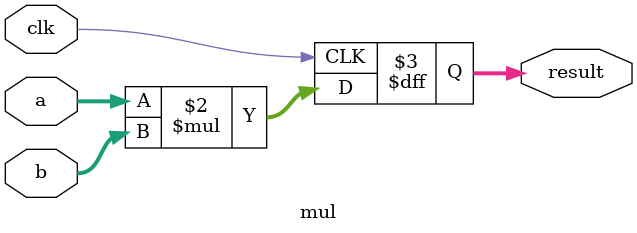
<source format=v>
`timescale 1ns / 1ps


module mul(
     a
    ,b
    ,clk
    ,result
    );
input [15:0] a;
input [15:0] b;
input clk;
output reg [31:0] result;


always@(posedge clk) begin
    result <= a * b;
    end
endmodule

</source>
